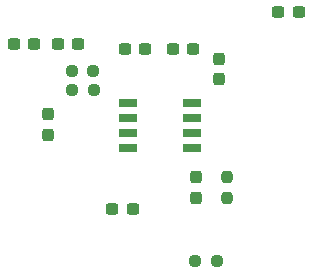
<source format=gbr>
%TF.GenerationSoftware,KiCad,Pcbnew,9.0.7*%
%TF.CreationDate,2026-02-20T19:59:31+05:30*%
%TF.ProjectId,breakout_board,62726561-6b6f-4757-945f-626f6172642e,rev?*%
%TF.SameCoordinates,Original*%
%TF.FileFunction,Paste,Top*%
%TF.FilePolarity,Positive*%
%FSLAX46Y46*%
G04 Gerber Fmt 4.6, Leading zero omitted, Abs format (unit mm)*
G04 Created by KiCad (PCBNEW 9.0.7) date 2026-02-20 19:59:31*
%MOMM*%
%LPD*%
G01*
G04 APERTURE LIST*
G04 Aperture macros list*
%AMRoundRect*
0 Rectangle with rounded corners*
0 $1 Rounding radius*
0 $2 $3 $4 $5 $6 $7 $8 $9 X,Y pos of 4 corners*
0 Add a 4 corners polygon primitive as box body*
4,1,4,$2,$3,$4,$5,$6,$7,$8,$9,$2,$3,0*
0 Add four circle primitives for the rounded corners*
1,1,$1+$1,$2,$3*
1,1,$1+$1,$4,$5*
1,1,$1+$1,$6,$7*
1,1,$1+$1,$8,$9*
0 Add four rect primitives between the rounded corners*
20,1,$1+$1,$2,$3,$4,$5,0*
20,1,$1+$1,$4,$5,$6,$7,0*
20,1,$1+$1,$6,$7,$8,$9,0*
20,1,$1+$1,$8,$9,$2,$3,0*%
G04 Aperture macros list end*
%ADD10RoundRect,0.237500X0.300000X0.237500X-0.300000X0.237500X-0.300000X-0.237500X0.300000X-0.237500X0*%
%ADD11R,1.500000X0.650000*%
%ADD12RoundRect,0.237500X-0.237500X0.300000X-0.237500X-0.300000X0.237500X-0.300000X0.237500X0.300000X0*%
%ADD13RoundRect,0.237500X0.237500X-0.300000X0.237500X0.300000X-0.237500X0.300000X-0.237500X-0.300000X0*%
%ADD14RoundRect,0.237500X-0.300000X-0.237500X0.300000X-0.237500X0.300000X0.237500X-0.300000X0.237500X0*%
%ADD15RoundRect,0.237500X-0.237500X0.250000X-0.237500X-0.250000X0.237500X-0.250000X0.237500X0.250000X0*%
%ADD16RoundRect,0.237500X0.250000X0.237500X-0.250000X0.237500X-0.250000X-0.237500X0.250000X-0.237500X0*%
%ADD17RoundRect,0.237500X-0.250000X-0.237500X0.250000X-0.237500X0.250000X0.237500X-0.250000X0.237500X0*%
G04 APERTURE END LIST*
D10*
%TO.C,10u*%
X144931300Y-69545200D03*
X143206300Y-69545200D03*
%TD*%
D11*
%TO.C,AS5600*%
X130472200Y-77266800D03*
X130472200Y-78536800D03*
X130472200Y-79806800D03*
X130472200Y-81076800D03*
X135872200Y-81076800D03*
X135872200Y-79806800D03*
X135872200Y-78536800D03*
X135872200Y-77266800D03*
%TD*%
D12*
%TO.C,DC*%
X123698000Y-78233100D03*
X123698000Y-79958100D03*
%TD*%
D13*
%TO.C,DC4*%
X136220200Y-85317500D03*
X136220200Y-83592500D03*
%TD*%
D10*
%TO.C,C7*%
X122528500Y-72288400D03*
X120803500Y-72288400D03*
%TD*%
%TO.C,DC*%
X136015900Y-72694800D03*
X134290900Y-72694800D03*
%TD*%
D14*
%TO.C,22p*%
X124537300Y-72313800D03*
X126262300Y-72313800D03*
%TD*%
%TO.C,C6*%
X130201500Y-72720200D03*
X131926500Y-72720200D03*
%TD*%
D15*
%TO.C,5k1*%
X138836400Y-83515200D03*
X138836400Y-85340200D03*
%TD*%
D13*
%TO.C,C9*%
X138176000Y-75285600D03*
X138176000Y-73560600D03*
%TD*%
D14*
%TO.C,100n*%
X129134700Y-86258400D03*
X130859700Y-86258400D03*
%TD*%
D16*
%TO.C,R2*%
X127582300Y-76225400D03*
X125757300Y-76225400D03*
%TD*%
D17*
%TO.C,R4*%
X136171300Y-90652600D03*
X137996300Y-90652600D03*
%TD*%
%TO.C,4k7*%
X125706500Y-74574400D03*
X127531500Y-74574400D03*
%TD*%
M02*

</source>
